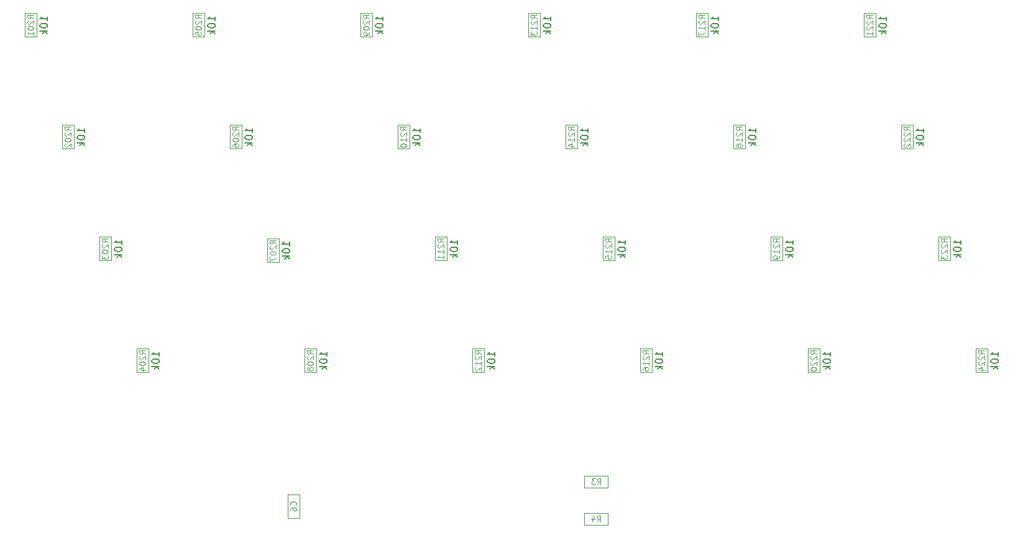
<source format=gbr>
G04 #@! TF.GenerationSoftware,KiCad,Pcbnew,(5.1.4)-1*
G04 #@! TF.CreationDate,2020-01-10T15:49:45+01:00*
G04 #@! TF.ProjectId,KRS-XL_DIM-24CVLED,4b52532d-584c-45f4-9449-4d2d32344356,V01.01*
G04 #@! TF.SameCoordinates,Original*
G04 #@! TF.FileFunction,Other,Fab,Bot*
%FSLAX46Y46*%
G04 Gerber Fmt 4.6, Leading zero omitted, Abs format (unit mm)*
G04 Created by KiCad (PCBNEW (5.1.4)-1) date 2020-01-10 15:49:45*
%MOMM*%
%LPD*%
G04 APERTURE LIST*
%ADD10C,0.100000*%
%ADD11C,0.120000*%
%ADD12C,0.150000*%
G04 APERTURE END LIST*
D10*
X95034000Y-133220000D02*
X95034000Y-130020000D01*
X93434000Y-133220000D02*
X95034000Y-133220000D01*
X93434000Y-130020000D02*
X93434000Y-133220000D01*
X95034000Y-130020000D02*
X93434000Y-130020000D01*
X133872500Y-127470000D02*
X133872500Y-129070000D01*
X133872500Y-129070000D02*
X137072500Y-129070000D01*
X137072500Y-129070000D02*
X137072500Y-127470000D01*
X137072500Y-127470000D02*
X133872500Y-127470000D01*
X133872500Y-134150000D02*
X137072500Y-134150000D01*
X133872500Y-132550000D02*
X133872500Y-134150000D01*
X137072500Y-132550000D02*
X133872500Y-132550000D01*
X137072500Y-134150000D02*
X137072500Y-132550000D01*
X59220000Y-64440000D02*
X57620000Y-64440000D01*
X57620000Y-64440000D02*
X57620000Y-67640000D01*
X57620000Y-67640000D02*
X59220000Y-67640000D01*
X59220000Y-67640000D02*
X59220000Y-64440000D01*
X64300000Y-82880000D02*
X64300000Y-79680000D01*
X62700000Y-82880000D02*
X64300000Y-82880000D01*
X62700000Y-79680000D02*
X62700000Y-82880000D01*
X64300000Y-79680000D02*
X62700000Y-79680000D01*
X69380000Y-94920000D02*
X67780000Y-94920000D01*
X67780000Y-94920000D02*
X67780000Y-98120000D01*
X67780000Y-98120000D02*
X69380000Y-98120000D01*
X69380000Y-98120000D02*
X69380000Y-94920000D01*
X74460000Y-110160000D02*
X72860000Y-110160000D01*
X72860000Y-110160000D02*
X72860000Y-113360000D01*
X72860000Y-113360000D02*
X74460000Y-113360000D01*
X74460000Y-113360000D02*
X74460000Y-110160000D01*
X82080000Y-67640000D02*
X82080000Y-64440000D01*
X80480000Y-67640000D02*
X82080000Y-67640000D01*
X80480000Y-64440000D02*
X80480000Y-67640000D01*
X82080000Y-64440000D02*
X80480000Y-64440000D01*
X87160000Y-79680000D02*
X85560000Y-79680000D01*
X85560000Y-79680000D02*
X85560000Y-82880000D01*
X85560000Y-82880000D02*
X87160000Y-82880000D01*
X87160000Y-82880000D02*
X87160000Y-79680000D01*
X92240000Y-98337500D02*
X92240000Y-95137500D01*
X90640000Y-98337500D02*
X92240000Y-98337500D01*
X90640000Y-95137500D02*
X90640000Y-98337500D01*
X92240000Y-95137500D02*
X90640000Y-95137500D01*
X97320000Y-113360000D02*
X97320000Y-110160000D01*
X95720000Y-113360000D02*
X97320000Y-113360000D01*
X95720000Y-110160000D02*
X95720000Y-113360000D01*
X97320000Y-110160000D02*
X95720000Y-110160000D01*
X104940000Y-67640000D02*
X104940000Y-64440000D01*
X103340000Y-67640000D02*
X104940000Y-67640000D01*
X103340000Y-64440000D02*
X103340000Y-67640000D01*
X104940000Y-64440000D02*
X103340000Y-64440000D01*
X110020000Y-79680000D02*
X108420000Y-79680000D01*
X108420000Y-79680000D02*
X108420000Y-82880000D01*
X108420000Y-82880000D02*
X110020000Y-82880000D01*
X110020000Y-82880000D02*
X110020000Y-79680000D01*
X115100000Y-94920000D02*
X113500000Y-94920000D01*
X113500000Y-94920000D02*
X113500000Y-98120000D01*
X113500000Y-98120000D02*
X115100000Y-98120000D01*
X115100000Y-98120000D02*
X115100000Y-94920000D01*
X120180000Y-113360000D02*
X120180000Y-110160000D01*
X118580000Y-113360000D02*
X120180000Y-113360000D01*
X118580000Y-110160000D02*
X118580000Y-113360000D01*
X120180000Y-110160000D02*
X118580000Y-110160000D01*
X127800000Y-67640000D02*
X127800000Y-64440000D01*
X126200000Y-67640000D02*
X127800000Y-67640000D01*
X126200000Y-64440000D02*
X126200000Y-67640000D01*
X127800000Y-64440000D02*
X126200000Y-64440000D01*
X132880000Y-79680000D02*
X131280000Y-79680000D01*
X131280000Y-79680000D02*
X131280000Y-82880000D01*
X131280000Y-82880000D02*
X132880000Y-82880000D01*
X132880000Y-82880000D02*
X132880000Y-79680000D01*
X137960000Y-98120000D02*
X137960000Y-94920000D01*
X136360000Y-98120000D02*
X137960000Y-98120000D01*
X136360000Y-94920000D02*
X136360000Y-98120000D01*
X137960000Y-94920000D02*
X136360000Y-94920000D01*
X143040000Y-110160000D02*
X141440000Y-110160000D01*
X141440000Y-110160000D02*
X141440000Y-113360000D01*
X141440000Y-113360000D02*
X143040000Y-113360000D01*
X143040000Y-113360000D02*
X143040000Y-110160000D01*
X150660000Y-67640000D02*
X150660000Y-64440000D01*
X149060000Y-67640000D02*
X150660000Y-67640000D01*
X149060000Y-64440000D02*
X149060000Y-67640000D01*
X150660000Y-64440000D02*
X149060000Y-64440000D01*
X155740000Y-79680000D02*
X154140000Y-79680000D01*
X154140000Y-79680000D02*
X154140000Y-82880000D01*
X154140000Y-82880000D02*
X155740000Y-82880000D01*
X155740000Y-82880000D02*
X155740000Y-79680000D01*
X160820000Y-98120000D02*
X160820000Y-94920000D01*
X159220000Y-98120000D02*
X160820000Y-98120000D01*
X159220000Y-94920000D02*
X159220000Y-98120000D01*
X160820000Y-94920000D02*
X159220000Y-94920000D01*
X165900000Y-110160000D02*
X164300000Y-110160000D01*
X164300000Y-110160000D02*
X164300000Y-113360000D01*
X164300000Y-113360000D02*
X165900000Y-113360000D01*
X165900000Y-113360000D02*
X165900000Y-110160000D01*
X173520000Y-64440000D02*
X171920000Y-64440000D01*
X171920000Y-64440000D02*
X171920000Y-67640000D01*
X171920000Y-67640000D02*
X173520000Y-67640000D01*
X173520000Y-67640000D02*
X173520000Y-64440000D01*
X178600000Y-82880000D02*
X178600000Y-79680000D01*
X177000000Y-82880000D02*
X178600000Y-82880000D01*
X177000000Y-79680000D02*
X177000000Y-82880000D01*
X178600000Y-79680000D02*
X177000000Y-79680000D01*
X183680000Y-94920000D02*
X182080000Y-94920000D01*
X182080000Y-94920000D02*
X182080000Y-98120000D01*
X182080000Y-98120000D02*
X183680000Y-98120000D01*
X183680000Y-98120000D02*
X183680000Y-94920000D01*
X188760000Y-113360000D02*
X188760000Y-110160000D01*
X187160000Y-113360000D02*
X188760000Y-113360000D01*
X187160000Y-110160000D02*
X187160000Y-113360000D01*
X188760000Y-110160000D02*
X187160000Y-110160000D01*
D11*
X94519714Y-131486666D02*
X94557809Y-131448571D01*
X94595904Y-131334285D01*
X94595904Y-131258095D01*
X94557809Y-131143809D01*
X94481619Y-131067619D01*
X94405428Y-131029523D01*
X94253047Y-130991428D01*
X94138761Y-130991428D01*
X93986380Y-131029523D01*
X93910190Y-131067619D01*
X93834000Y-131143809D01*
X93795904Y-131258095D01*
X93795904Y-131334285D01*
X93834000Y-131448571D01*
X93872095Y-131486666D01*
X93795904Y-132172380D02*
X93795904Y-132020000D01*
X93834000Y-131943809D01*
X93872095Y-131905714D01*
X93986380Y-131829523D01*
X94138761Y-131791428D01*
X94443523Y-131791428D01*
X94519714Y-131829523D01*
X94557809Y-131867619D01*
X94595904Y-131943809D01*
X94595904Y-132096190D01*
X94557809Y-132172380D01*
X94519714Y-132210476D01*
X94443523Y-132248571D01*
X94253047Y-132248571D01*
X94176857Y-132210476D01*
X94138761Y-132172380D01*
X94100666Y-132096190D01*
X94100666Y-131943809D01*
X94138761Y-131867619D01*
X94176857Y-131829523D01*
X94253047Y-131791428D01*
X135605833Y-128631904D02*
X135872500Y-128250952D01*
X136062976Y-128631904D02*
X136062976Y-127831904D01*
X135758214Y-127831904D01*
X135682023Y-127870000D01*
X135643928Y-127908095D01*
X135605833Y-127984285D01*
X135605833Y-128098571D01*
X135643928Y-128174761D01*
X135682023Y-128212857D01*
X135758214Y-128250952D01*
X136062976Y-128250952D01*
X135339166Y-127831904D02*
X134843928Y-127831904D01*
X135110595Y-128136666D01*
X134996309Y-128136666D01*
X134920119Y-128174761D01*
X134882023Y-128212857D01*
X134843928Y-128289047D01*
X134843928Y-128479523D01*
X134882023Y-128555714D01*
X134920119Y-128593809D01*
X134996309Y-128631904D01*
X135224880Y-128631904D01*
X135301071Y-128593809D01*
X135339166Y-128555714D01*
X135605833Y-133711904D02*
X135872500Y-133330952D01*
X136062976Y-133711904D02*
X136062976Y-132911904D01*
X135758214Y-132911904D01*
X135682023Y-132950000D01*
X135643928Y-132988095D01*
X135605833Y-133064285D01*
X135605833Y-133178571D01*
X135643928Y-133254761D01*
X135682023Y-133292857D01*
X135758214Y-133330952D01*
X136062976Y-133330952D01*
X134920119Y-133178571D02*
X134920119Y-133711904D01*
X135110595Y-132873809D02*
X135301071Y-133445238D01*
X134805833Y-133445238D01*
D12*
X60692380Y-65444761D02*
X60692380Y-64873333D01*
X60692380Y-65159047D02*
X59692380Y-65159047D01*
X59835238Y-65063809D01*
X59930476Y-64968571D01*
X59978095Y-64873333D01*
X59692380Y-66063809D02*
X59692380Y-66159047D01*
X59740000Y-66254285D01*
X59787619Y-66301904D01*
X59882857Y-66349523D01*
X60073333Y-66397142D01*
X60311428Y-66397142D01*
X60501904Y-66349523D01*
X60597142Y-66301904D01*
X60644761Y-66254285D01*
X60692380Y-66159047D01*
X60692380Y-66063809D01*
X60644761Y-65968571D01*
X60597142Y-65920952D01*
X60501904Y-65873333D01*
X60311428Y-65825714D01*
X60073333Y-65825714D01*
X59882857Y-65873333D01*
X59787619Y-65920952D01*
X59740000Y-65968571D01*
X59692380Y-66063809D01*
X60692380Y-66825714D02*
X59692380Y-66825714D01*
X60311428Y-66920952D02*
X60692380Y-67206666D01*
X60025714Y-67206666D02*
X60406666Y-66825714D01*
D11*
X58781904Y-65144761D02*
X58400952Y-64878095D01*
X58781904Y-64687619D02*
X57981904Y-64687619D01*
X57981904Y-64992380D01*
X58020000Y-65068571D01*
X58058095Y-65106666D01*
X58134285Y-65144761D01*
X58248571Y-65144761D01*
X58324761Y-65106666D01*
X58362857Y-65068571D01*
X58400952Y-64992380D01*
X58400952Y-64687619D01*
X58058095Y-65449523D02*
X58020000Y-65487619D01*
X57981904Y-65563809D01*
X57981904Y-65754285D01*
X58020000Y-65830476D01*
X58058095Y-65868571D01*
X58134285Y-65906666D01*
X58210476Y-65906666D01*
X58324761Y-65868571D01*
X58781904Y-65411428D01*
X58781904Y-65906666D01*
X57981904Y-66401904D02*
X57981904Y-66478095D01*
X58020000Y-66554285D01*
X58058095Y-66592380D01*
X58134285Y-66630476D01*
X58286666Y-66668571D01*
X58477142Y-66668571D01*
X58629523Y-66630476D01*
X58705714Y-66592380D01*
X58743809Y-66554285D01*
X58781904Y-66478095D01*
X58781904Y-66401904D01*
X58743809Y-66325714D01*
X58705714Y-66287619D01*
X58629523Y-66249523D01*
X58477142Y-66211428D01*
X58286666Y-66211428D01*
X58134285Y-66249523D01*
X58058095Y-66287619D01*
X58020000Y-66325714D01*
X57981904Y-66401904D01*
X58781904Y-67430476D02*
X58781904Y-66973333D01*
X58781904Y-67201904D02*
X57981904Y-67201904D01*
X58096190Y-67125714D01*
X58172380Y-67049523D01*
X58210476Y-66973333D01*
D12*
X65772380Y-80684761D02*
X65772380Y-80113333D01*
X65772380Y-80399047D02*
X64772380Y-80399047D01*
X64915238Y-80303809D01*
X65010476Y-80208571D01*
X65058095Y-80113333D01*
X64772380Y-81303809D02*
X64772380Y-81399047D01*
X64820000Y-81494285D01*
X64867619Y-81541904D01*
X64962857Y-81589523D01*
X65153333Y-81637142D01*
X65391428Y-81637142D01*
X65581904Y-81589523D01*
X65677142Y-81541904D01*
X65724761Y-81494285D01*
X65772380Y-81399047D01*
X65772380Y-81303809D01*
X65724761Y-81208571D01*
X65677142Y-81160952D01*
X65581904Y-81113333D01*
X65391428Y-81065714D01*
X65153333Y-81065714D01*
X64962857Y-81113333D01*
X64867619Y-81160952D01*
X64820000Y-81208571D01*
X64772380Y-81303809D01*
X65772380Y-82065714D02*
X64772380Y-82065714D01*
X65391428Y-82160952D02*
X65772380Y-82446666D01*
X65105714Y-82446666D02*
X65486666Y-82065714D01*
D11*
X63861904Y-80384761D02*
X63480952Y-80118095D01*
X63861904Y-79927619D02*
X63061904Y-79927619D01*
X63061904Y-80232380D01*
X63100000Y-80308571D01*
X63138095Y-80346666D01*
X63214285Y-80384761D01*
X63328571Y-80384761D01*
X63404761Y-80346666D01*
X63442857Y-80308571D01*
X63480952Y-80232380D01*
X63480952Y-79927619D01*
X63138095Y-80689523D02*
X63100000Y-80727619D01*
X63061904Y-80803809D01*
X63061904Y-80994285D01*
X63100000Y-81070476D01*
X63138095Y-81108571D01*
X63214285Y-81146666D01*
X63290476Y-81146666D01*
X63404761Y-81108571D01*
X63861904Y-80651428D01*
X63861904Y-81146666D01*
X63061904Y-81641904D02*
X63061904Y-81718095D01*
X63100000Y-81794285D01*
X63138095Y-81832380D01*
X63214285Y-81870476D01*
X63366666Y-81908571D01*
X63557142Y-81908571D01*
X63709523Y-81870476D01*
X63785714Y-81832380D01*
X63823809Y-81794285D01*
X63861904Y-81718095D01*
X63861904Y-81641904D01*
X63823809Y-81565714D01*
X63785714Y-81527619D01*
X63709523Y-81489523D01*
X63557142Y-81451428D01*
X63366666Y-81451428D01*
X63214285Y-81489523D01*
X63138095Y-81527619D01*
X63100000Y-81565714D01*
X63061904Y-81641904D01*
X63138095Y-82213333D02*
X63100000Y-82251428D01*
X63061904Y-82327619D01*
X63061904Y-82518095D01*
X63100000Y-82594285D01*
X63138095Y-82632380D01*
X63214285Y-82670476D01*
X63290476Y-82670476D01*
X63404761Y-82632380D01*
X63861904Y-82175238D01*
X63861904Y-82670476D01*
D12*
X70852380Y-95924761D02*
X70852380Y-95353333D01*
X70852380Y-95639047D02*
X69852380Y-95639047D01*
X69995238Y-95543809D01*
X70090476Y-95448571D01*
X70138095Y-95353333D01*
X69852380Y-96543809D02*
X69852380Y-96639047D01*
X69900000Y-96734285D01*
X69947619Y-96781904D01*
X70042857Y-96829523D01*
X70233333Y-96877142D01*
X70471428Y-96877142D01*
X70661904Y-96829523D01*
X70757142Y-96781904D01*
X70804761Y-96734285D01*
X70852380Y-96639047D01*
X70852380Y-96543809D01*
X70804761Y-96448571D01*
X70757142Y-96400952D01*
X70661904Y-96353333D01*
X70471428Y-96305714D01*
X70233333Y-96305714D01*
X70042857Y-96353333D01*
X69947619Y-96400952D01*
X69900000Y-96448571D01*
X69852380Y-96543809D01*
X70852380Y-97305714D02*
X69852380Y-97305714D01*
X70471428Y-97400952D02*
X70852380Y-97686666D01*
X70185714Y-97686666D02*
X70566666Y-97305714D01*
D11*
X68941904Y-95624761D02*
X68560952Y-95358095D01*
X68941904Y-95167619D02*
X68141904Y-95167619D01*
X68141904Y-95472380D01*
X68180000Y-95548571D01*
X68218095Y-95586666D01*
X68294285Y-95624761D01*
X68408571Y-95624761D01*
X68484761Y-95586666D01*
X68522857Y-95548571D01*
X68560952Y-95472380D01*
X68560952Y-95167619D01*
X68218095Y-95929523D02*
X68180000Y-95967619D01*
X68141904Y-96043809D01*
X68141904Y-96234285D01*
X68180000Y-96310476D01*
X68218095Y-96348571D01*
X68294285Y-96386666D01*
X68370476Y-96386666D01*
X68484761Y-96348571D01*
X68941904Y-95891428D01*
X68941904Y-96386666D01*
X68141904Y-96881904D02*
X68141904Y-96958095D01*
X68180000Y-97034285D01*
X68218095Y-97072380D01*
X68294285Y-97110476D01*
X68446666Y-97148571D01*
X68637142Y-97148571D01*
X68789523Y-97110476D01*
X68865714Y-97072380D01*
X68903809Y-97034285D01*
X68941904Y-96958095D01*
X68941904Y-96881904D01*
X68903809Y-96805714D01*
X68865714Y-96767619D01*
X68789523Y-96729523D01*
X68637142Y-96691428D01*
X68446666Y-96691428D01*
X68294285Y-96729523D01*
X68218095Y-96767619D01*
X68180000Y-96805714D01*
X68141904Y-96881904D01*
X68141904Y-97415238D02*
X68141904Y-97910476D01*
X68446666Y-97643809D01*
X68446666Y-97758095D01*
X68484761Y-97834285D01*
X68522857Y-97872380D01*
X68599047Y-97910476D01*
X68789523Y-97910476D01*
X68865714Y-97872380D01*
X68903809Y-97834285D01*
X68941904Y-97758095D01*
X68941904Y-97529523D01*
X68903809Y-97453333D01*
X68865714Y-97415238D01*
D12*
X75932380Y-111164761D02*
X75932380Y-110593333D01*
X75932380Y-110879047D02*
X74932380Y-110879047D01*
X75075238Y-110783809D01*
X75170476Y-110688571D01*
X75218095Y-110593333D01*
X74932380Y-111783809D02*
X74932380Y-111879047D01*
X74980000Y-111974285D01*
X75027619Y-112021904D01*
X75122857Y-112069523D01*
X75313333Y-112117142D01*
X75551428Y-112117142D01*
X75741904Y-112069523D01*
X75837142Y-112021904D01*
X75884761Y-111974285D01*
X75932380Y-111879047D01*
X75932380Y-111783809D01*
X75884761Y-111688571D01*
X75837142Y-111640952D01*
X75741904Y-111593333D01*
X75551428Y-111545714D01*
X75313333Y-111545714D01*
X75122857Y-111593333D01*
X75027619Y-111640952D01*
X74980000Y-111688571D01*
X74932380Y-111783809D01*
X75932380Y-112545714D02*
X74932380Y-112545714D01*
X75551428Y-112640952D02*
X75932380Y-112926666D01*
X75265714Y-112926666D02*
X75646666Y-112545714D01*
D11*
X74021904Y-110864761D02*
X73640952Y-110598095D01*
X74021904Y-110407619D02*
X73221904Y-110407619D01*
X73221904Y-110712380D01*
X73260000Y-110788571D01*
X73298095Y-110826666D01*
X73374285Y-110864761D01*
X73488571Y-110864761D01*
X73564761Y-110826666D01*
X73602857Y-110788571D01*
X73640952Y-110712380D01*
X73640952Y-110407619D01*
X73298095Y-111169523D02*
X73260000Y-111207619D01*
X73221904Y-111283809D01*
X73221904Y-111474285D01*
X73260000Y-111550476D01*
X73298095Y-111588571D01*
X73374285Y-111626666D01*
X73450476Y-111626666D01*
X73564761Y-111588571D01*
X74021904Y-111131428D01*
X74021904Y-111626666D01*
X73221904Y-112121904D02*
X73221904Y-112198095D01*
X73260000Y-112274285D01*
X73298095Y-112312380D01*
X73374285Y-112350476D01*
X73526666Y-112388571D01*
X73717142Y-112388571D01*
X73869523Y-112350476D01*
X73945714Y-112312380D01*
X73983809Y-112274285D01*
X74021904Y-112198095D01*
X74021904Y-112121904D01*
X73983809Y-112045714D01*
X73945714Y-112007619D01*
X73869523Y-111969523D01*
X73717142Y-111931428D01*
X73526666Y-111931428D01*
X73374285Y-111969523D01*
X73298095Y-112007619D01*
X73260000Y-112045714D01*
X73221904Y-112121904D01*
X73488571Y-113074285D02*
X74021904Y-113074285D01*
X73183809Y-112883809D02*
X73755238Y-112693333D01*
X73755238Y-113188571D01*
D12*
X83552380Y-65444761D02*
X83552380Y-64873333D01*
X83552380Y-65159047D02*
X82552380Y-65159047D01*
X82695238Y-65063809D01*
X82790476Y-64968571D01*
X82838095Y-64873333D01*
X82552380Y-66063809D02*
X82552380Y-66159047D01*
X82600000Y-66254285D01*
X82647619Y-66301904D01*
X82742857Y-66349523D01*
X82933333Y-66397142D01*
X83171428Y-66397142D01*
X83361904Y-66349523D01*
X83457142Y-66301904D01*
X83504761Y-66254285D01*
X83552380Y-66159047D01*
X83552380Y-66063809D01*
X83504761Y-65968571D01*
X83457142Y-65920952D01*
X83361904Y-65873333D01*
X83171428Y-65825714D01*
X82933333Y-65825714D01*
X82742857Y-65873333D01*
X82647619Y-65920952D01*
X82600000Y-65968571D01*
X82552380Y-66063809D01*
X83552380Y-66825714D02*
X82552380Y-66825714D01*
X83171428Y-66920952D02*
X83552380Y-67206666D01*
X82885714Y-67206666D02*
X83266666Y-66825714D01*
D11*
X81641904Y-65144761D02*
X81260952Y-64878095D01*
X81641904Y-64687619D02*
X80841904Y-64687619D01*
X80841904Y-64992380D01*
X80880000Y-65068571D01*
X80918095Y-65106666D01*
X80994285Y-65144761D01*
X81108571Y-65144761D01*
X81184761Y-65106666D01*
X81222857Y-65068571D01*
X81260952Y-64992380D01*
X81260952Y-64687619D01*
X80918095Y-65449523D02*
X80880000Y-65487619D01*
X80841904Y-65563809D01*
X80841904Y-65754285D01*
X80880000Y-65830476D01*
X80918095Y-65868571D01*
X80994285Y-65906666D01*
X81070476Y-65906666D01*
X81184761Y-65868571D01*
X81641904Y-65411428D01*
X81641904Y-65906666D01*
X80841904Y-66401904D02*
X80841904Y-66478095D01*
X80880000Y-66554285D01*
X80918095Y-66592380D01*
X80994285Y-66630476D01*
X81146666Y-66668571D01*
X81337142Y-66668571D01*
X81489523Y-66630476D01*
X81565714Y-66592380D01*
X81603809Y-66554285D01*
X81641904Y-66478095D01*
X81641904Y-66401904D01*
X81603809Y-66325714D01*
X81565714Y-66287619D01*
X81489523Y-66249523D01*
X81337142Y-66211428D01*
X81146666Y-66211428D01*
X80994285Y-66249523D01*
X80918095Y-66287619D01*
X80880000Y-66325714D01*
X80841904Y-66401904D01*
X80841904Y-67392380D02*
X80841904Y-67011428D01*
X81222857Y-66973333D01*
X81184761Y-67011428D01*
X81146666Y-67087619D01*
X81146666Y-67278095D01*
X81184761Y-67354285D01*
X81222857Y-67392380D01*
X81299047Y-67430476D01*
X81489523Y-67430476D01*
X81565714Y-67392380D01*
X81603809Y-67354285D01*
X81641904Y-67278095D01*
X81641904Y-67087619D01*
X81603809Y-67011428D01*
X81565714Y-66973333D01*
D12*
X88632380Y-80684761D02*
X88632380Y-80113333D01*
X88632380Y-80399047D02*
X87632380Y-80399047D01*
X87775238Y-80303809D01*
X87870476Y-80208571D01*
X87918095Y-80113333D01*
X87632380Y-81303809D02*
X87632380Y-81399047D01*
X87680000Y-81494285D01*
X87727619Y-81541904D01*
X87822857Y-81589523D01*
X88013333Y-81637142D01*
X88251428Y-81637142D01*
X88441904Y-81589523D01*
X88537142Y-81541904D01*
X88584761Y-81494285D01*
X88632380Y-81399047D01*
X88632380Y-81303809D01*
X88584761Y-81208571D01*
X88537142Y-81160952D01*
X88441904Y-81113333D01*
X88251428Y-81065714D01*
X88013333Y-81065714D01*
X87822857Y-81113333D01*
X87727619Y-81160952D01*
X87680000Y-81208571D01*
X87632380Y-81303809D01*
X88632380Y-82065714D02*
X87632380Y-82065714D01*
X88251428Y-82160952D02*
X88632380Y-82446666D01*
X87965714Y-82446666D02*
X88346666Y-82065714D01*
D11*
X86721904Y-80384761D02*
X86340952Y-80118095D01*
X86721904Y-79927619D02*
X85921904Y-79927619D01*
X85921904Y-80232380D01*
X85960000Y-80308571D01*
X85998095Y-80346666D01*
X86074285Y-80384761D01*
X86188571Y-80384761D01*
X86264761Y-80346666D01*
X86302857Y-80308571D01*
X86340952Y-80232380D01*
X86340952Y-79927619D01*
X85998095Y-80689523D02*
X85960000Y-80727619D01*
X85921904Y-80803809D01*
X85921904Y-80994285D01*
X85960000Y-81070476D01*
X85998095Y-81108571D01*
X86074285Y-81146666D01*
X86150476Y-81146666D01*
X86264761Y-81108571D01*
X86721904Y-80651428D01*
X86721904Y-81146666D01*
X85921904Y-81641904D02*
X85921904Y-81718095D01*
X85960000Y-81794285D01*
X85998095Y-81832380D01*
X86074285Y-81870476D01*
X86226666Y-81908571D01*
X86417142Y-81908571D01*
X86569523Y-81870476D01*
X86645714Y-81832380D01*
X86683809Y-81794285D01*
X86721904Y-81718095D01*
X86721904Y-81641904D01*
X86683809Y-81565714D01*
X86645714Y-81527619D01*
X86569523Y-81489523D01*
X86417142Y-81451428D01*
X86226666Y-81451428D01*
X86074285Y-81489523D01*
X85998095Y-81527619D01*
X85960000Y-81565714D01*
X85921904Y-81641904D01*
X85921904Y-82594285D02*
X85921904Y-82441904D01*
X85960000Y-82365714D01*
X85998095Y-82327619D01*
X86112380Y-82251428D01*
X86264761Y-82213333D01*
X86569523Y-82213333D01*
X86645714Y-82251428D01*
X86683809Y-82289523D01*
X86721904Y-82365714D01*
X86721904Y-82518095D01*
X86683809Y-82594285D01*
X86645714Y-82632380D01*
X86569523Y-82670476D01*
X86379047Y-82670476D01*
X86302857Y-82632380D01*
X86264761Y-82594285D01*
X86226666Y-82518095D01*
X86226666Y-82365714D01*
X86264761Y-82289523D01*
X86302857Y-82251428D01*
X86379047Y-82213333D01*
D12*
X93712380Y-96142261D02*
X93712380Y-95570833D01*
X93712380Y-95856547D02*
X92712380Y-95856547D01*
X92855238Y-95761309D01*
X92950476Y-95666071D01*
X92998095Y-95570833D01*
X92712380Y-96761309D02*
X92712380Y-96856547D01*
X92760000Y-96951785D01*
X92807619Y-96999404D01*
X92902857Y-97047023D01*
X93093333Y-97094642D01*
X93331428Y-97094642D01*
X93521904Y-97047023D01*
X93617142Y-96999404D01*
X93664761Y-96951785D01*
X93712380Y-96856547D01*
X93712380Y-96761309D01*
X93664761Y-96666071D01*
X93617142Y-96618452D01*
X93521904Y-96570833D01*
X93331428Y-96523214D01*
X93093333Y-96523214D01*
X92902857Y-96570833D01*
X92807619Y-96618452D01*
X92760000Y-96666071D01*
X92712380Y-96761309D01*
X93712380Y-97523214D02*
X92712380Y-97523214D01*
X93331428Y-97618452D02*
X93712380Y-97904166D01*
X93045714Y-97904166D02*
X93426666Y-97523214D01*
D11*
X91801904Y-95842261D02*
X91420952Y-95575595D01*
X91801904Y-95385119D02*
X91001904Y-95385119D01*
X91001904Y-95689880D01*
X91040000Y-95766071D01*
X91078095Y-95804166D01*
X91154285Y-95842261D01*
X91268571Y-95842261D01*
X91344761Y-95804166D01*
X91382857Y-95766071D01*
X91420952Y-95689880D01*
X91420952Y-95385119D01*
X91078095Y-96147023D02*
X91040000Y-96185119D01*
X91001904Y-96261309D01*
X91001904Y-96451785D01*
X91040000Y-96527976D01*
X91078095Y-96566071D01*
X91154285Y-96604166D01*
X91230476Y-96604166D01*
X91344761Y-96566071D01*
X91801904Y-96108928D01*
X91801904Y-96604166D01*
X91001904Y-97099404D02*
X91001904Y-97175595D01*
X91040000Y-97251785D01*
X91078095Y-97289880D01*
X91154285Y-97327976D01*
X91306666Y-97366071D01*
X91497142Y-97366071D01*
X91649523Y-97327976D01*
X91725714Y-97289880D01*
X91763809Y-97251785D01*
X91801904Y-97175595D01*
X91801904Y-97099404D01*
X91763809Y-97023214D01*
X91725714Y-96985119D01*
X91649523Y-96947023D01*
X91497142Y-96908928D01*
X91306666Y-96908928D01*
X91154285Y-96947023D01*
X91078095Y-96985119D01*
X91040000Y-97023214D01*
X91001904Y-97099404D01*
X91001904Y-97632738D02*
X91001904Y-98166071D01*
X91801904Y-97823214D01*
D12*
X98792380Y-111164761D02*
X98792380Y-110593333D01*
X98792380Y-110879047D02*
X97792380Y-110879047D01*
X97935238Y-110783809D01*
X98030476Y-110688571D01*
X98078095Y-110593333D01*
X97792380Y-111783809D02*
X97792380Y-111879047D01*
X97840000Y-111974285D01*
X97887619Y-112021904D01*
X97982857Y-112069523D01*
X98173333Y-112117142D01*
X98411428Y-112117142D01*
X98601904Y-112069523D01*
X98697142Y-112021904D01*
X98744761Y-111974285D01*
X98792380Y-111879047D01*
X98792380Y-111783809D01*
X98744761Y-111688571D01*
X98697142Y-111640952D01*
X98601904Y-111593333D01*
X98411428Y-111545714D01*
X98173333Y-111545714D01*
X97982857Y-111593333D01*
X97887619Y-111640952D01*
X97840000Y-111688571D01*
X97792380Y-111783809D01*
X98792380Y-112545714D02*
X97792380Y-112545714D01*
X98411428Y-112640952D02*
X98792380Y-112926666D01*
X98125714Y-112926666D02*
X98506666Y-112545714D01*
D11*
X96881904Y-110864761D02*
X96500952Y-110598095D01*
X96881904Y-110407619D02*
X96081904Y-110407619D01*
X96081904Y-110712380D01*
X96120000Y-110788571D01*
X96158095Y-110826666D01*
X96234285Y-110864761D01*
X96348571Y-110864761D01*
X96424761Y-110826666D01*
X96462857Y-110788571D01*
X96500952Y-110712380D01*
X96500952Y-110407619D01*
X96158095Y-111169523D02*
X96120000Y-111207619D01*
X96081904Y-111283809D01*
X96081904Y-111474285D01*
X96120000Y-111550476D01*
X96158095Y-111588571D01*
X96234285Y-111626666D01*
X96310476Y-111626666D01*
X96424761Y-111588571D01*
X96881904Y-111131428D01*
X96881904Y-111626666D01*
X96081904Y-112121904D02*
X96081904Y-112198095D01*
X96120000Y-112274285D01*
X96158095Y-112312380D01*
X96234285Y-112350476D01*
X96386666Y-112388571D01*
X96577142Y-112388571D01*
X96729523Y-112350476D01*
X96805714Y-112312380D01*
X96843809Y-112274285D01*
X96881904Y-112198095D01*
X96881904Y-112121904D01*
X96843809Y-112045714D01*
X96805714Y-112007619D01*
X96729523Y-111969523D01*
X96577142Y-111931428D01*
X96386666Y-111931428D01*
X96234285Y-111969523D01*
X96158095Y-112007619D01*
X96120000Y-112045714D01*
X96081904Y-112121904D01*
X96424761Y-112845714D02*
X96386666Y-112769523D01*
X96348571Y-112731428D01*
X96272380Y-112693333D01*
X96234285Y-112693333D01*
X96158095Y-112731428D01*
X96120000Y-112769523D01*
X96081904Y-112845714D01*
X96081904Y-112998095D01*
X96120000Y-113074285D01*
X96158095Y-113112380D01*
X96234285Y-113150476D01*
X96272380Y-113150476D01*
X96348571Y-113112380D01*
X96386666Y-113074285D01*
X96424761Y-112998095D01*
X96424761Y-112845714D01*
X96462857Y-112769523D01*
X96500952Y-112731428D01*
X96577142Y-112693333D01*
X96729523Y-112693333D01*
X96805714Y-112731428D01*
X96843809Y-112769523D01*
X96881904Y-112845714D01*
X96881904Y-112998095D01*
X96843809Y-113074285D01*
X96805714Y-113112380D01*
X96729523Y-113150476D01*
X96577142Y-113150476D01*
X96500952Y-113112380D01*
X96462857Y-113074285D01*
X96424761Y-112998095D01*
D12*
X106412380Y-65444761D02*
X106412380Y-64873333D01*
X106412380Y-65159047D02*
X105412380Y-65159047D01*
X105555238Y-65063809D01*
X105650476Y-64968571D01*
X105698095Y-64873333D01*
X105412380Y-66063809D02*
X105412380Y-66159047D01*
X105460000Y-66254285D01*
X105507619Y-66301904D01*
X105602857Y-66349523D01*
X105793333Y-66397142D01*
X106031428Y-66397142D01*
X106221904Y-66349523D01*
X106317142Y-66301904D01*
X106364761Y-66254285D01*
X106412380Y-66159047D01*
X106412380Y-66063809D01*
X106364761Y-65968571D01*
X106317142Y-65920952D01*
X106221904Y-65873333D01*
X106031428Y-65825714D01*
X105793333Y-65825714D01*
X105602857Y-65873333D01*
X105507619Y-65920952D01*
X105460000Y-65968571D01*
X105412380Y-66063809D01*
X106412380Y-66825714D02*
X105412380Y-66825714D01*
X106031428Y-66920952D02*
X106412380Y-67206666D01*
X105745714Y-67206666D02*
X106126666Y-66825714D01*
D11*
X104501904Y-65144761D02*
X104120952Y-64878095D01*
X104501904Y-64687619D02*
X103701904Y-64687619D01*
X103701904Y-64992380D01*
X103740000Y-65068571D01*
X103778095Y-65106666D01*
X103854285Y-65144761D01*
X103968571Y-65144761D01*
X104044761Y-65106666D01*
X104082857Y-65068571D01*
X104120952Y-64992380D01*
X104120952Y-64687619D01*
X103778095Y-65449523D02*
X103740000Y-65487619D01*
X103701904Y-65563809D01*
X103701904Y-65754285D01*
X103740000Y-65830476D01*
X103778095Y-65868571D01*
X103854285Y-65906666D01*
X103930476Y-65906666D01*
X104044761Y-65868571D01*
X104501904Y-65411428D01*
X104501904Y-65906666D01*
X103701904Y-66401904D02*
X103701904Y-66478095D01*
X103740000Y-66554285D01*
X103778095Y-66592380D01*
X103854285Y-66630476D01*
X104006666Y-66668571D01*
X104197142Y-66668571D01*
X104349523Y-66630476D01*
X104425714Y-66592380D01*
X104463809Y-66554285D01*
X104501904Y-66478095D01*
X104501904Y-66401904D01*
X104463809Y-66325714D01*
X104425714Y-66287619D01*
X104349523Y-66249523D01*
X104197142Y-66211428D01*
X104006666Y-66211428D01*
X103854285Y-66249523D01*
X103778095Y-66287619D01*
X103740000Y-66325714D01*
X103701904Y-66401904D01*
X104501904Y-67049523D02*
X104501904Y-67201904D01*
X104463809Y-67278095D01*
X104425714Y-67316190D01*
X104311428Y-67392380D01*
X104159047Y-67430476D01*
X103854285Y-67430476D01*
X103778095Y-67392380D01*
X103740000Y-67354285D01*
X103701904Y-67278095D01*
X103701904Y-67125714D01*
X103740000Y-67049523D01*
X103778095Y-67011428D01*
X103854285Y-66973333D01*
X104044761Y-66973333D01*
X104120952Y-67011428D01*
X104159047Y-67049523D01*
X104197142Y-67125714D01*
X104197142Y-67278095D01*
X104159047Y-67354285D01*
X104120952Y-67392380D01*
X104044761Y-67430476D01*
D12*
X111492380Y-80684761D02*
X111492380Y-80113333D01*
X111492380Y-80399047D02*
X110492380Y-80399047D01*
X110635238Y-80303809D01*
X110730476Y-80208571D01*
X110778095Y-80113333D01*
X110492380Y-81303809D02*
X110492380Y-81399047D01*
X110540000Y-81494285D01*
X110587619Y-81541904D01*
X110682857Y-81589523D01*
X110873333Y-81637142D01*
X111111428Y-81637142D01*
X111301904Y-81589523D01*
X111397142Y-81541904D01*
X111444761Y-81494285D01*
X111492380Y-81399047D01*
X111492380Y-81303809D01*
X111444761Y-81208571D01*
X111397142Y-81160952D01*
X111301904Y-81113333D01*
X111111428Y-81065714D01*
X110873333Y-81065714D01*
X110682857Y-81113333D01*
X110587619Y-81160952D01*
X110540000Y-81208571D01*
X110492380Y-81303809D01*
X111492380Y-82065714D02*
X110492380Y-82065714D01*
X111111428Y-82160952D02*
X111492380Y-82446666D01*
X110825714Y-82446666D02*
X111206666Y-82065714D01*
D11*
X109581904Y-80384761D02*
X109200952Y-80118095D01*
X109581904Y-79927619D02*
X108781904Y-79927619D01*
X108781904Y-80232380D01*
X108820000Y-80308571D01*
X108858095Y-80346666D01*
X108934285Y-80384761D01*
X109048571Y-80384761D01*
X109124761Y-80346666D01*
X109162857Y-80308571D01*
X109200952Y-80232380D01*
X109200952Y-79927619D01*
X108858095Y-80689523D02*
X108820000Y-80727619D01*
X108781904Y-80803809D01*
X108781904Y-80994285D01*
X108820000Y-81070476D01*
X108858095Y-81108571D01*
X108934285Y-81146666D01*
X109010476Y-81146666D01*
X109124761Y-81108571D01*
X109581904Y-80651428D01*
X109581904Y-81146666D01*
X109581904Y-81908571D02*
X109581904Y-81451428D01*
X109581904Y-81680000D02*
X108781904Y-81680000D01*
X108896190Y-81603809D01*
X108972380Y-81527619D01*
X109010476Y-81451428D01*
X108781904Y-82403809D02*
X108781904Y-82480000D01*
X108820000Y-82556190D01*
X108858095Y-82594285D01*
X108934285Y-82632380D01*
X109086666Y-82670476D01*
X109277142Y-82670476D01*
X109429523Y-82632380D01*
X109505714Y-82594285D01*
X109543809Y-82556190D01*
X109581904Y-82480000D01*
X109581904Y-82403809D01*
X109543809Y-82327619D01*
X109505714Y-82289523D01*
X109429523Y-82251428D01*
X109277142Y-82213333D01*
X109086666Y-82213333D01*
X108934285Y-82251428D01*
X108858095Y-82289523D01*
X108820000Y-82327619D01*
X108781904Y-82403809D01*
D12*
X116572380Y-95924761D02*
X116572380Y-95353333D01*
X116572380Y-95639047D02*
X115572380Y-95639047D01*
X115715238Y-95543809D01*
X115810476Y-95448571D01*
X115858095Y-95353333D01*
X115572380Y-96543809D02*
X115572380Y-96639047D01*
X115620000Y-96734285D01*
X115667619Y-96781904D01*
X115762857Y-96829523D01*
X115953333Y-96877142D01*
X116191428Y-96877142D01*
X116381904Y-96829523D01*
X116477142Y-96781904D01*
X116524761Y-96734285D01*
X116572380Y-96639047D01*
X116572380Y-96543809D01*
X116524761Y-96448571D01*
X116477142Y-96400952D01*
X116381904Y-96353333D01*
X116191428Y-96305714D01*
X115953333Y-96305714D01*
X115762857Y-96353333D01*
X115667619Y-96400952D01*
X115620000Y-96448571D01*
X115572380Y-96543809D01*
X116572380Y-97305714D02*
X115572380Y-97305714D01*
X116191428Y-97400952D02*
X116572380Y-97686666D01*
X115905714Y-97686666D02*
X116286666Y-97305714D01*
D11*
X114661904Y-95624761D02*
X114280952Y-95358095D01*
X114661904Y-95167619D02*
X113861904Y-95167619D01*
X113861904Y-95472380D01*
X113900000Y-95548571D01*
X113938095Y-95586666D01*
X114014285Y-95624761D01*
X114128571Y-95624761D01*
X114204761Y-95586666D01*
X114242857Y-95548571D01*
X114280952Y-95472380D01*
X114280952Y-95167619D01*
X113938095Y-95929523D02*
X113900000Y-95967619D01*
X113861904Y-96043809D01*
X113861904Y-96234285D01*
X113900000Y-96310476D01*
X113938095Y-96348571D01*
X114014285Y-96386666D01*
X114090476Y-96386666D01*
X114204761Y-96348571D01*
X114661904Y-95891428D01*
X114661904Y-96386666D01*
X114661904Y-97148571D02*
X114661904Y-96691428D01*
X114661904Y-96920000D02*
X113861904Y-96920000D01*
X113976190Y-96843809D01*
X114052380Y-96767619D01*
X114090476Y-96691428D01*
X114661904Y-97910476D02*
X114661904Y-97453333D01*
X114661904Y-97681904D02*
X113861904Y-97681904D01*
X113976190Y-97605714D01*
X114052380Y-97529523D01*
X114090476Y-97453333D01*
D12*
X121652380Y-111164761D02*
X121652380Y-110593333D01*
X121652380Y-110879047D02*
X120652380Y-110879047D01*
X120795238Y-110783809D01*
X120890476Y-110688571D01*
X120938095Y-110593333D01*
X120652380Y-111783809D02*
X120652380Y-111879047D01*
X120700000Y-111974285D01*
X120747619Y-112021904D01*
X120842857Y-112069523D01*
X121033333Y-112117142D01*
X121271428Y-112117142D01*
X121461904Y-112069523D01*
X121557142Y-112021904D01*
X121604761Y-111974285D01*
X121652380Y-111879047D01*
X121652380Y-111783809D01*
X121604761Y-111688571D01*
X121557142Y-111640952D01*
X121461904Y-111593333D01*
X121271428Y-111545714D01*
X121033333Y-111545714D01*
X120842857Y-111593333D01*
X120747619Y-111640952D01*
X120700000Y-111688571D01*
X120652380Y-111783809D01*
X121652380Y-112545714D02*
X120652380Y-112545714D01*
X121271428Y-112640952D02*
X121652380Y-112926666D01*
X120985714Y-112926666D02*
X121366666Y-112545714D01*
D11*
X119741904Y-110864761D02*
X119360952Y-110598095D01*
X119741904Y-110407619D02*
X118941904Y-110407619D01*
X118941904Y-110712380D01*
X118980000Y-110788571D01*
X119018095Y-110826666D01*
X119094285Y-110864761D01*
X119208571Y-110864761D01*
X119284761Y-110826666D01*
X119322857Y-110788571D01*
X119360952Y-110712380D01*
X119360952Y-110407619D01*
X119018095Y-111169523D02*
X118980000Y-111207619D01*
X118941904Y-111283809D01*
X118941904Y-111474285D01*
X118980000Y-111550476D01*
X119018095Y-111588571D01*
X119094285Y-111626666D01*
X119170476Y-111626666D01*
X119284761Y-111588571D01*
X119741904Y-111131428D01*
X119741904Y-111626666D01*
X119741904Y-112388571D02*
X119741904Y-111931428D01*
X119741904Y-112160000D02*
X118941904Y-112160000D01*
X119056190Y-112083809D01*
X119132380Y-112007619D01*
X119170476Y-111931428D01*
X119018095Y-112693333D02*
X118980000Y-112731428D01*
X118941904Y-112807619D01*
X118941904Y-112998095D01*
X118980000Y-113074285D01*
X119018095Y-113112380D01*
X119094285Y-113150476D01*
X119170476Y-113150476D01*
X119284761Y-113112380D01*
X119741904Y-112655238D01*
X119741904Y-113150476D01*
D12*
X129272380Y-65444761D02*
X129272380Y-64873333D01*
X129272380Y-65159047D02*
X128272380Y-65159047D01*
X128415238Y-65063809D01*
X128510476Y-64968571D01*
X128558095Y-64873333D01*
X128272380Y-66063809D02*
X128272380Y-66159047D01*
X128320000Y-66254285D01*
X128367619Y-66301904D01*
X128462857Y-66349523D01*
X128653333Y-66397142D01*
X128891428Y-66397142D01*
X129081904Y-66349523D01*
X129177142Y-66301904D01*
X129224761Y-66254285D01*
X129272380Y-66159047D01*
X129272380Y-66063809D01*
X129224761Y-65968571D01*
X129177142Y-65920952D01*
X129081904Y-65873333D01*
X128891428Y-65825714D01*
X128653333Y-65825714D01*
X128462857Y-65873333D01*
X128367619Y-65920952D01*
X128320000Y-65968571D01*
X128272380Y-66063809D01*
X129272380Y-66825714D02*
X128272380Y-66825714D01*
X128891428Y-66920952D02*
X129272380Y-67206666D01*
X128605714Y-67206666D02*
X128986666Y-66825714D01*
D11*
X127361904Y-65144761D02*
X126980952Y-64878095D01*
X127361904Y-64687619D02*
X126561904Y-64687619D01*
X126561904Y-64992380D01*
X126600000Y-65068571D01*
X126638095Y-65106666D01*
X126714285Y-65144761D01*
X126828571Y-65144761D01*
X126904761Y-65106666D01*
X126942857Y-65068571D01*
X126980952Y-64992380D01*
X126980952Y-64687619D01*
X126638095Y-65449523D02*
X126600000Y-65487619D01*
X126561904Y-65563809D01*
X126561904Y-65754285D01*
X126600000Y-65830476D01*
X126638095Y-65868571D01*
X126714285Y-65906666D01*
X126790476Y-65906666D01*
X126904761Y-65868571D01*
X127361904Y-65411428D01*
X127361904Y-65906666D01*
X127361904Y-66668571D02*
X127361904Y-66211428D01*
X127361904Y-66440000D02*
X126561904Y-66440000D01*
X126676190Y-66363809D01*
X126752380Y-66287619D01*
X126790476Y-66211428D01*
X126561904Y-66935238D02*
X126561904Y-67430476D01*
X126866666Y-67163809D01*
X126866666Y-67278095D01*
X126904761Y-67354285D01*
X126942857Y-67392380D01*
X127019047Y-67430476D01*
X127209523Y-67430476D01*
X127285714Y-67392380D01*
X127323809Y-67354285D01*
X127361904Y-67278095D01*
X127361904Y-67049523D01*
X127323809Y-66973333D01*
X127285714Y-66935238D01*
D12*
X134352380Y-80684761D02*
X134352380Y-80113333D01*
X134352380Y-80399047D02*
X133352380Y-80399047D01*
X133495238Y-80303809D01*
X133590476Y-80208571D01*
X133638095Y-80113333D01*
X133352380Y-81303809D02*
X133352380Y-81399047D01*
X133400000Y-81494285D01*
X133447619Y-81541904D01*
X133542857Y-81589523D01*
X133733333Y-81637142D01*
X133971428Y-81637142D01*
X134161904Y-81589523D01*
X134257142Y-81541904D01*
X134304761Y-81494285D01*
X134352380Y-81399047D01*
X134352380Y-81303809D01*
X134304761Y-81208571D01*
X134257142Y-81160952D01*
X134161904Y-81113333D01*
X133971428Y-81065714D01*
X133733333Y-81065714D01*
X133542857Y-81113333D01*
X133447619Y-81160952D01*
X133400000Y-81208571D01*
X133352380Y-81303809D01*
X134352380Y-82065714D02*
X133352380Y-82065714D01*
X133971428Y-82160952D02*
X134352380Y-82446666D01*
X133685714Y-82446666D02*
X134066666Y-82065714D01*
D11*
X132441904Y-80384761D02*
X132060952Y-80118095D01*
X132441904Y-79927619D02*
X131641904Y-79927619D01*
X131641904Y-80232380D01*
X131680000Y-80308571D01*
X131718095Y-80346666D01*
X131794285Y-80384761D01*
X131908571Y-80384761D01*
X131984761Y-80346666D01*
X132022857Y-80308571D01*
X132060952Y-80232380D01*
X132060952Y-79927619D01*
X131718095Y-80689523D02*
X131680000Y-80727619D01*
X131641904Y-80803809D01*
X131641904Y-80994285D01*
X131680000Y-81070476D01*
X131718095Y-81108571D01*
X131794285Y-81146666D01*
X131870476Y-81146666D01*
X131984761Y-81108571D01*
X132441904Y-80651428D01*
X132441904Y-81146666D01*
X132441904Y-81908571D02*
X132441904Y-81451428D01*
X132441904Y-81680000D02*
X131641904Y-81680000D01*
X131756190Y-81603809D01*
X131832380Y-81527619D01*
X131870476Y-81451428D01*
X131908571Y-82594285D02*
X132441904Y-82594285D01*
X131603809Y-82403809D02*
X132175238Y-82213333D01*
X132175238Y-82708571D01*
D12*
X139432380Y-95924761D02*
X139432380Y-95353333D01*
X139432380Y-95639047D02*
X138432380Y-95639047D01*
X138575238Y-95543809D01*
X138670476Y-95448571D01*
X138718095Y-95353333D01*
X138432380Y-96543809D02*
X138432380Y-96639047D01*
X138480000Y-96734285D01*
X138527619Y-96781904D01*
X138622857Y-96829523D01*
X138813333Y-96877142D01*
X139051428Y-96877142D01*
X139241904Y-96829523D01*
X139337142Y-96781904D01*
X139384761Y-96734285D01*
X139432380Y-96639047D01*
X139432380Y-96543809D01*
X139384761Y-96448571D01*
X139337142Y-96400952D01*
X139241904Y-96353333D01*
X139051428Y-96305714D01*
X138813333Y-96305714D01*
X138622857Y-96353333D01*
X138527619Y-96400952D01*
X138480000Y-96448571D01*
X138432380Y-96543809D01*
X139432380Y-97305714D02*
X138432380Y-97305714D01*
X139051428Y-97400952D02*
X139432380Y-97686666D01*
X138765714Y-97686666D02*
X139146666Y-97305714D01*
D11*
X137521904Y-95624761D02*
X137140952Y-95358095D01*
X137521904Y-95167619D02*
X136721904Y-95167619D01*
X136721904Y-95472380D01*
X136760000Y-95548571D01*
X136798095Y-95586666D01*
X136874285Y-95624761D01*
X136988571Y-95624761D01*
X137064761Y-95586666D01*
X137102857Y-95548571D01*
X137140952Y-95472380D01*
X137140952Y-95167619D01*
X136798095Y-95929523D02*
X136760000Y-95967619D01*
X136721904Y-96043809D01*
X136721904Y-96234285D01*
X136760000Y-96310476D01*
X136798095Y-96348571D01*
X136874285Y-96386666D01*
X136950476Y-96386666D01*
X137064761Y-96348571D01*
X137521904Y-95891428D01*
X137521904Y-96386666D01*
X137521904Y-97148571D02*
X137521904Y-96691428D01*
X137521904Y-96920000D02*
X136721904Y-96920000D01*
X136836190Y-96843809D01*
X136912380Y-96767619D01*
X136950476Y-96691428D01*
X136721904Y-97872380D02*
X136721904Y-97491428D01*
X137102857Y-97453333D01*
X137064761Y-97491428D01*
X137026666Y-97567619D01*
X137026666Y-97758095D01*
X137064761Y-97834285D01*
X137102857Y-97872380D01*
X137179047Y-97910476D01*
X137369523Y-97910476D01*
X137445714Y-97872380D01*
X137483809Y-97834285D01*
X137521904Y-97758095D01*
X137521904Y-97567619D01*
X137483809Y-97491428D01*
X137445714Y-97453333D01*
D12*
X144512380Y-111164761D02*
X144512380Y-110593333D01*
X144512380Y-110879047D02*
X143512380Y-110879047D01*
X143655238Y-110783809D01*
X143750476Y-110688571D01*
X143798095Y-110593333D01*
X143512380Y-111783809D02*
X143512380Y-111879047D01*
X143560000Y-111974285D01*
X143607619Y-112021904D01*
X143702857Y-112069523D01*
X143893333Y-112117142D01*
X144131428Y-112117142D01*
X144321904Y-112069523D01*
X144417142Y-112021904D01*
X144464761Y-111974285D01*
X144512380Y-111879047D01*
X144512380Y-111783809D01*
X144464761Y-111688571D01*
X144417142Y-111640952D01*
X144321904Y-111593333D01*
X144131428Y-111545714D01*
X143893333Y-111545714D01*
X143702857Y-111593333D01*
X143607619Y-111640952D01*
X143560000Y-111688571D01*
X143512380Y-111783809D01*
X144512380Y-112545714D02*
X143512380Y-112545714D01*
X144131428Y-112640952D02*
X144512380Y-112926666D01*
X143845714Y-112926666D02*
X144226666Y-112545714D01*
D11*
X142601904Y-110864761D02*
X142220952Y-110598095D01*
X142601904Y-110407619D02*
X141801904Y-110407619D01*
X141801904Y-110712380D01*
X141840000Y-110788571D01*
X141878095Y-110826666D01*
X141954285Y-110864761D01*
X142068571Y-110864761D01*
X142144761Y-110826666D01*
X142182857Y-110788571D01*
X142220952Y-110712380D01*
X142220952Y-110407619D01*
X141878095Y-111169523D02*
X141840000Y-111207619D01*
X141801904Y-111283809D01*
X141801904Y-111474285D01*
X141840000Y-111550476D01*
X141878095Y-111588571D01*
X141954285Y-111626666D01*
X142030476Y-111626666D01*
X142144761Y-111588571D01*
X142601904Y-111131428D01*
X142601904Y-111626666D01*
X142601904Y-112388571D02*
X142601904Y-111931428D01*
X142601904Y-112160000D02*
X141801904Y-112160000D01*
X141916190Y-112083809D01*
X141992380Y-112007619D01*
X142030476Y-111931428D01*
X141801904Y-113074285D02*
X141801904Y-112921904D01*
X141840000Y-112845714D01*
X141878095Y-112807619D01*
X141992380Y-112731428D01*
X142144761Y-112693333D01*
X142449523Y-112693333D01*
X142525714Y-112731428D01*
X142563809Y-112769523D01*
X142601904Y-112845714D01*
X142601904Y-112998095D01*
X142563809Y-113074285D01*
X142525714Y-113112380D01*
X142449523Y-113150476D01*
X142259047Y-113150476D01*
X142182857Y-113112380D01*
X142144761Y-113074285D01*
X142106666Y-112998095D01*
X142106666Y-112845714D01*
X142144761Y-112769523D01*
X142182857Y-112731428D01*
X142259047Y-112693333D01*
D12*
X152132380Y-65444761D02*
X152132380Y-64873333D01*
X152132380Y-65159047D02*
X151132380Y-65159047D01*
X151275238Y-65063809D01*
X151370476Y-64968571D01*
X151418095Y-64873333D01*
X151132380Y-66063809D02*
X151132380Y-66159047D01*
X151180000Y-66254285D01*
X151227619Y-66301904D01*
X151322857Y-66349523D01*
X151513333Y-66397142D01*
X151751428Y-66397142D01*
X151941904Y-66349523D01*
X152037142Y-66301904D01*
X152084761Y-66254285D01*
X152132380Y-66159047D01*
X152132380Y-66063809D01*
X152084761Y-65968571D01*
X152037142Y-65920952D01*
X151941904Y-65873333D01*
X151751428Y-65825714D01*
X151513333Y-65825714D01*
X151322857Y-65873333D01*
X151227619Y-65920952D01*
X151180000Y-65968571D01*
X151132380Y-66063809D01*
X152132380Y-66825714D02*
X151132380Y-66825714D01*
X151751428Y-66920952D02*
X152132380Y-67206666D01*
X151465714Y-67206666D02*
X151846666Y-66825714D01*
D11*
X150221904Y-65144761D02*
X149840952Y-64878095D01*
X150221904Y-64687619D02*
X149421904Y-64687619D01*
X149421904Y-64992380D01*
X149460000Y-65068571D01*
X149498095Y-65106666D01*
X149574285Y-65144761D01*
X149688571Y-65144761D01*
X149764761Y-65106666D01*
X149802857Y-65068571D01*
X149840952Y-64992380D01*
X149840952Y-64687619D01*
X149498095Y-65449523D02*
X149460000Y-65487619D01*
X149421904Y-65563809D01*
X149421904Y-65754285D01*
X149460000Y-65830476D01*
X149498095Y-65868571D01*
X149574285Y-65906666D01*
X149650476Y-65906666D01*
X149764761Y-65868571D01*
X150221904Y-65411428D01*
X150221904Y-65906666D01*
X150221904Y-66668571D02*
X150221904Y-66211428D01*
X150221904Y-66440000D02*
X149421904Y-66440000D01*
X149536190Y-66363809D01*
X149612380Y-66287619D01*
X149650476Y-66211428D01*
X149421904Y-66935238D02*
X149421904Y-67468571D01*
X150221904Y-67125714D01*
D12*
X157212380Y-80684761D02*
X157212380Y-80113333D01*
X157212380Y-80399047D02*
X156212380Y-80399047D01*
X156355238Y-80303809D01*
X156450476Y-80208571D01*
X156498095Y-80113333D01*
X156212380Y-81303809D02*
X156212380Y-81399047D01*
X156260000Y-81494285D01*
X156307619Y-81541904D01*
X156402857Y-81589523D01*
X156593333Y-81637142D01*
X156831428Y-81637142D01*
X157021904Y-81589523D01*
X157117142Y-81541904D01*
X157164761Y-81494285D01*
X157212380Y-81399047D01*
X157212380Y-81303809D01*
X157164761Y-81208571D01*
X157117142Y-81160952D01*
X157021904Y-81113333D01*
X156831428Y-81065714D01*
X156593333Y-81065714D01*
X156402857Y-81113333D01*
X156307619Y-81160952D01*
X156260000Y-81208571D01*
X156212380Y-81303809D01*
X157212380Y-82065714D02*
X156212380Y-82065714D01*
X156831428Y-82160952D02*
X157212380Y-82446666D01*
X156545714Y-82446666D02*
X156926666Y-82065714D01*
D11*
X155301904Y-80384761D02*
X154920952Y-80118095D01*
X155301904Y-79927619D02*
X154501904Y-79927619D01*
X154501904Y-80232380D01*
X154540000Y-80308571D01*
X154578095Y-80346666D01*
X154654285Y-80384761D01*
X154768571Y-80384761D01*
X154844761Y-80346666D01*
X154882857Y-80308571D01*
X154920952Y-80232380D01*
X154920952Y-79927619D01*
X154578095Y-80689523D02*
X154540000Y-80727619D01*
X154501904Y-80803809D01*
X154501904Y-80994285D01*
X154540000Y-81070476D01*
X154578095Y-81108571D01*
X154654285Y-81146666D01*
X154730476Y-81146666D01*
X154844761Y-81108571D01*
X155301904Y-80651428D01*
X155301904Y-81146666D01*
X155301904Y-81908571D02*
X155301904Y-81451428D01*
X155301904Y-81680000D02*
X154501904Y-81680000D01*
X154616190Y-81603809D01*
X154692380Y-81527619D01*
X154730476Y-81451428D01*
X154844761Y-82365714D02*
X154806666Y-82289523D01*
X154768571Y-82251428D01*
X154692380Y-82213333D01*
X154654285Y-82213333D01*
X154578095Y-82251428D01*
X154540000Y-82289523D01*
X154501904Y-82365714D01*
X154501904Y-82518095D01*
X154540000Y-82594285D01*
X154578095Y-82632380D01*
X154654285Y-82670476D01*
X154692380Y-82670476D01*
X154768571Y-82632380D01*
X154806666Y-82594285D01*
X154844761Y-82518095D01*
X154844761Y-82365714D01*
X154882857Y-82289523D01*
X154920952Y-82251428D01*
X154997142Y-82213333D01*
X155149523Y-82213333D01*
X155225714Y-82251428D01*
X155263809Y-82289523D01*
X155301904Y-82365714D01*
X155301904Y-82518095D01*
X155263809Y-82594285D01*
X155225714Y-82632380D01*
X155149523Y-82670476D01*
X154997142Y-82670476D01*
X154920952Y-82632380D01*
X154882857Y-82594285D01*
X154844761Y-82518095D01*
D12*
X162292380Y-95924761D02*
X162292380Y-95353333D01*
X162292380Y-95639047D02*
X161292380Y-95639047D01*
X161435238Y-95543809D01*
X161530476Y-95448571D01*
X161578095Y-95353333D01*
X161292380Y-96543809D02*
X161292380Y-96639047D01*
X161340000Y-96734285D01*
X161387619Y-96781904D01*
X161482857Y-96829523D01*
X161673333Y-96877142D01*
X161911428Y-96877142D01*
X162101904Y-96829523D01*
X162197142Y-96781904D01*
X162244761Y-96734285D01*
X162292380Y-96639047D01*
X162292380Y-96543809D01*
X162244761Y-96448571D01*
X162197142Y-96400952D01*
X162101904Y-96353333D01*
X161911428Y-96305714D01*
X161673333Y-96305714D01*
X161482857Y-96353333D01*
X161387619Y-96400952D01*
X161340000Y-96448571D01*
X161292380Y-96543809D01*
X162292380Y-97305714D02*
X161292380Y-97305714D01*
X161911428Y-97400952D02*
X162292380Y-97686666D01*
X161625714Y-97686666D02*
X162006666Y-97305714D01*
D11*
X160381904Y-95624761D02*
X160000952Y-95358095D01*
X160381904Y-95167619D02*
X159581904Y-95167619D01*
X159581904Y-95472380D01*
X159620000Y-95548571D01*
X159658095Y-95586666D01*
X159734285Y-95624761D01*
X159848571Y-95624761D01*
X159924761Y-95586666D01*
X159962857Y-95548571D01*
X160000952Y-95472380D01*
X160000952Y-95167619D01*
X159658095Y-95929523D02*
X159620000Y-95967619D01*
X159581904Y-96043809D01*
X159581904Y-96234285D01*
X159620000Y-96310476D01*
X159658095Y-96348571D01*
X159734285Y-96386666D01*
X159810476Y-96386666D01*
X159924761Y-96348571D01*
X160381904Y-95891428D01*
X160381904Y-96386666D01*
X160381904Y-97148571D02*
X160381904Y-96691428D01*
X160381904Y-96920000D02*
X159581904Y-96920000D01*
X159696190Y-96843809D01*
X159772380Y-96767619D01*
X159810476Y-96691428D01*
X160381904Y-97529523D02*
X160381904Y-97681904D01*
X160343809Y-97758095D01*
X160305714Y-97796190D01*
X160191428Y-97872380D01*
X160039047Y-97910476D01*
X159734285Y-97910476D01*
X159658095Y-97872380D01*
X159620000Y-97834285D01*
X159581904Y-97758095D01*
X159581904Y-97605714D01*
X159620000Y-97529523D01*
X159658095Y-97491428D01*
X159734285Y-97453333D01*
X159924761Y-97453333D01*
X160000952Y-97491428D01*
X160039047Y-97529523D01*
X160077142Y-97605714D01*
X160077142Y-97758095D01*
X160039047Y-97834285D01*
X160000952Y-97872380D01*
X159924761Y-97910476D01*
D12*
X167372380Y-111164761D02*
X167372380Y-110593333D01*
X167372380Y-110879047D02*
X166372380Y-110879047D01*
X166515238Y-110783809D01*
X166610476Y-110688571D01*
X166658095Y-110593333D01*
X166372380Y-111783809D02*
X166372380Y-111879047D01*
X166420000Y-111974285D01*
X166467619Y-112021904D01*
X166562857Y-112069523D01*
X166753333Y-112117142D01*
X166991428Y-112117142D01*
X167181904Y-112069523D01*
X167277142Y-112021904D01*
X167324761Y-111974285D01*
X167372380Y-111879047D01*
X167372380Y-111783809D01*
X167324761Y-111688571D01*
X167277142Y-111640952D01*
X167181904Y-111593333D01*
X166991428Y-111545714D01*
X166753333Y-111545714D01*
X166562857Y-111593333D01*
X166467619Y-111640952D01*
X166420000Y-111688571D01*
X166372380Y-111783809D01*
X167372380Y-112545714D02*
X166372380Y-112545714D01*
X166991428Y-112640952D02*
X167372380Y-112926666D01*
X166705714Y-112926666D02*
X167086666Y-112545714D01*
D11*
X165461904Y-110864761D02*
X165080952Y-110598095D01*
X165461904Y-110407619D02*
X164661904Y-110407619D01*
X164661904Y-110712380D01*
X164700000Y-110788571D01*
X164738095Y-110826666D01*
X164814285Y-110864761D01*
X164928571Y-110864761D01*
X165004761Y-110826666D01*
X165042857Y-110788571D01*
X165080952Y-110712380D01*
X165080952Y-110407619D01*
X164738095Y-111169523D02*
X164700000Y-111207619D01*
X164661904Y-111283809D01*
X164661904Y-111474285D01*
X164700000Y-111550476D01*
X164738095Y-111588571D01*
X164814285Y-111626666D01*
X164890476Y-111626666D01*
X165004761Y-111588571D01*
X165461904Y-111131428D01*
X165461904Y-111626666D01*
X164738095Y-111931428D02*
X164700000Y-111969523D01*
X164661904Y-112045714D01*
X164661904Y-112236190D01*
X164700000Y-112312380D01*
X164738095Y-112350476D01*
X164814285Y-112388571D01*
X164890476Y-112388571D01*
X165004761Y-112350476D01*
X165461904Y-111893333D01*
X165461904Y-112388571D01*
X164661904Y-112883809D02*
X164661904Y-112960000D01*
X164700000Y-113036190D01*
X164738095Y-113074285D01*
X164814285Y-113112380D01*
X164966666Y-113150476D01*
X165157142Y-113150476D01*
X165309523Y-113112380D01*
X165385714Y-113074285D01*
X165423809Y-113036190D01*
X165461904Y-112960000D01*
X165461904Y-112883809D01*
X165423809Y-112807619D01*
X165385714Y-112769523D01*
X165309523Y-112731428D01*
X165157142Y-112693333D01*
X164966666Y-112693333D01*
X164814285Y-112731428D01*
X164738095Y-112769523D01*
X164700000Y-112807619D01*
X164661904Y-112883809D01*
D12*
X174992380Y-65444761D02*
X174992380Y-64873333D01*
X174992380Y-65159047D02*
X173992380Y-65159047D01*
X174135238Y-65063809D01*
X174230476Y-64968571D01*
X174278095Y-64873333D01*
X173992380Y-66063809D02*
X173992380Y-66159047D01*
X174040000Y-66254285D01*
X174087619Y-66301904D01*
X174182857Y-66349523D01*
X174373333Y-66397142D01*
X174611428Y-66397142D01*
X174801904Y-66349523D01*
X174897142Y-66301904D01*
X174944761Y-66254285D01*
X174992380Y-66159047D01*
X174992380Y-66063809D01*
X174944761Y-65968571D01*
X174897142Y-65920952D01*
X174801904Y-65873333D01*
X174611428Y-65825714D01*
X174373333Y-65825714D01*
X174182857Y-65873333D01*
X174087619Y-65920952D01*
X174040000Y-65968571D01*
X173992380Y-66063809D01*
X174992380Y-66825714D02*
X173992380Y-66825714D01*
X174611428Y-66920952D02*
X174992380Y-67206666D01*
X174325714Y-67206666D02*
X174706666Y-66825714D01*
D11*
X173081904Y-65144761D02*
X172700952Y-64878095D01*
X173081904Y-64687619D02*
X172281904Y-64687619D01*
X172281904Y-64992380D01*
X172320000Y-65068571D01*
X172358095Y-65106666D01*
X172434285Y-65144761D01*
X172548571Y-65144761D01*
X172624761Y-65106666D01*
X172662857Y-65068571D01*
X172700952Y-64992380D01*
X172700952Y-64687619D01*
X172358095Y-65449523D02*
X172320000Y-65487619D01*
X172281904Y-65563809D01*
X172281904Y-65754285D01*
X172320000Y-65830476D01*
X172358095Y-65868571D01*
X172434285Y-65906666D01*
X172510476Y-65906666D01*
X172624761Y-65868571D01*
X173081904Y-65411428D01*
X173081904Y-65906666D01*
X172358095Y-66211428D02*
X172320000Y-66249523D01*
X172281904Y-66325714D01*
X172281904Y-66516190D01*
X172320000Y-66592380D01*
X172358095Y-66630476D01*
X172434285Y-66668571D01*
X172510476Y-66668571D01*
X172624761Y-66630476D01*
X173081904Y-66173333D01*
X173081904Y-66668571D01*
X173081904Y-67430476D02*
X173081904Y-66973333D01*
X173081904Y-67201904D02*
X172281904Y-67201904D01*
X172396190Y-67125714D01*
X172472380Y-67049523D01*
X172510476Y-66973333D01*
D12*
X180072380Y-80684761D02*
X180072380Y-80113333D01*
X180072380Y-80399047D02*
X179072380Y-80399047D01*
X179215238Y-80303809D01*
X179310476Y-80208571D01*
X179358095Y-80113333D01*
X179072380Y-81303809D02*
X179072380Y-81399047D01*
X179120000Y-81494285D01*
X179167619Y-81541904D01*
X179262857Y-81589523D01*
X179453333Y-81637142D01*
X179691428Y-81637142D01*
X179881904Y-81589523D01*
X179977142Y-81541904D01*
X180024761Y-81494285D01*
X180072380Y-81399047D01*
X180072380Y-81303809D01*
X180024761Y-81208571D01*
X179977142Y-81160952D01*
X179881904Y-81113333D01*
X179691428Y-81065714D01*
X179453333Y-81065714D01*
X179262857Y-81113333D01*
X179167619Y-81160952D01*
X179120000Y-81208571D01*
X179072380Y-81303809D01*
X180072380Y-82065714D02*
X179072380Y-82065714D01*
X179691428Y-82160952D02*
X180072380Y-82446666D01*
X179405714Y-82446666D02*
X179786666Y-82065714D01*
D11*
X178161904Y-80384761D02*
X177780952Y-80118095D01*
X178161904Y-79927619D02*
X177361904Y-79927619D01*
X177361904Y-80232380D01*
X177400000Y-80308571D01*
X177438095Y-80346666D01*
X177514285Y-80384761D01*
X177628571Y-80384761D01*
X177704761Y-80346666D01*
X177742857Y-80308571D01*
X177780952Y-80232380D01*
X177780952Y-79927619D01*
X177438095Y-80689523D02*
X177400000Y-80727619D01*
X177361904Y-80803809D01*
X177361904Y-80994285D01*
X177400000Y-81070476D01*
X177438095Y-81108571D01*
X177514285Y-81146666D01*
X177590476Y-81146666D01*
X177704761Y-81108571D01*
X178161904Y-80651428D01*
X178161904Y-81146666D01*
X177438095Y-81451428D02*
X177400000Y-81489523D01*
X177361904Y-81565714D01*
X177361904Y-81756190D01*
X177400000Y-81832380D01*
X177438095Y-81870476D01*
X177514285Y-81908571D01*
X177590476Y-81908571D01*
X177704761Y-81870476D01*
X178161904Y-81413333D01*
X178161904Y-81908571D01*
X177438095Y-82213333D02*
X177400000Y-82251428D01*
X177361904Y-82327619D01*
X177361904Y-82518095D01*
X177400000Y-82594285D01*
X177438095Y-82632380D01*
X177514285Y-82670476D01*
X177590476Y-82670476D01*
X177704761Y-82632380D01*
X178161904Y-82175238D01*
X178161904Y-82670476D01*
D12*
X185152380Y-95924761D02*
X185152380Y-95353333D01*
X185152380Y-95639047D02*
X184152380Y-95639047D01*
X184295238Y-95543809D01*
X184390476Y-95448571D01*
X184438095Y-95353333D01*
X184152380Y-96543809D02*
X184152380Y-96639047D01*
X184200000Y-96734285D01*
X184247619Y-96781904D01*
X184342857Y-96829523D01*
X184533333Y-96877142D01*
X184771428Y-96877142D01*
X184961904Y-96829523D01*
X185057142Y-96781904D01*
X185104761Y-96734285D01*
X185152380Y-96639047D01*
X185152380Y-96543809D01*
X185104761Y-96448571D01*
X185057142Y-96400952D01*
X184961904Y-96353333D01*
X184771428Y-96305714D01*
X184533333Y-96305714D01*
X184342857Y-96353333D01*
X184247619Y-96400952D01*
X184200000Y-96448571D01*
X184152380Y-96543809D01*
X185152380Y-97305714D02*
X184152380Y-97305714D01*
X184771428Y-97400952D02*
X185152380Y-97686666D01*
X184485714Y-97686666D02*
X184866666Y-97305714D01*
D11*
X183241904Y-95624761D02*
X182860952Y-95358095D01*
X183241904Y-95167619D02*
X182441904Y-95167619D01*
X182441904Y-95472380D01*
X182480000Y-95548571D01*
X182518095Y-95586666D01*
X182594285Y-95624761D01*
X182708571Y-95624761D01*
X182784761Y-95586666D01*
X182822857Y-95548571D01*
X182860952Y-95472380D01*
X182860952Y-95167619D01*
X182518095Y-95929523D02*
X182480000Y-95967619D01*
X182441904Y-96043809D01*
X182441904Y-96234285D01*
X182480000Y-96310476D01*
X182518095Y-96348571D01*
X182594285Y-96386666D01*
X182670476Y-96386666D01*
X182784761Y-96348571D01*
X183241904Y-95891428D01*
X183241904Y-96386666D01*
X182518095Y-96691428D02*
X182480000Y-96729523D01*
X182441904Y-96805714D01*
X182441904Y-96996190D01*
X182480000Y-97072380D01*
X182518095Y-97110476D01*
X182594285Y-97148571D01*
X182670476Y-97148571D01*
X182784761Y-97110476D01*
X183241904Y-96653333D01*
X183241904Y-97148571D01*
X182441904Y-97415238D02*
X182441904Y-97910476D01*
X182746666Y-97643809D01*
X182746666Y-97758095D01*
X182784761Y-97834285D01*
X182822857Y-97872380D01*
X182899047Y-97910476D01*
X183089523Y-97910476D01*
X183165714Y-97872380D01*
X183203809Y-97834285D01*
X183241904Y-97758095D01*
X183241904Y-97529523D01*
X183203809Y-97453333D01*
X183165714Y-97415238D01*
D12*
X190232380Y-111164761D02*
X190232380Y-110593333D01*
X190232380Y-110879047D02*
X189232380Y-110879047D01*
X189375238Y-110783809D01*
X189470476Y-110688571D01*
X189518095Y-110593333D01*
X189232380Y-111783809D02*
X189232380Y-111879047D01*
X189280000Y-111974285D01*
X189327619Y-112021904D01*
X189422857Y-112069523D01*
X189613333Y-112117142D01*
X189851428Y-112117142D01*
X190041904Y-112069523D01*
X190137142Y-112021904D01*
X190184761Y-111974285D01*
X190232380Y-111879047D01*
X190232380Y-111783809D01*
X190184761Y-111688571D01*
X190137142Y-111640952D01*
X190041904Y-111593333D01*
X189851428Y-111545714D01*
X189613333Y-111545714D01*
X189422857Y-111593333D01*
X189327619Y-111640952D01*
X189280000Y-111688571D01*
X189232380Y-111783809D01*
X190232380Y-112545714D02*
X189232380Y-112545714D01*
X189851428Y-112640952D02*
X190232380Y-112926666D01*
X189565714Y-112926666D02*
X189946666Y-112545714D01*
D11*
X188321904Y-110864761D02*
X187940952Y-110598095D01*
X188321904Y-110407619D02*
X187521904Y-110407619D01*
X187521904Y-110712380D01*
X187560000Y-110788571D01*
X187598095Y-110826666D01*
X187674285Y-110864761D01*
X187788571Y-110864761D01*
X187864761Y-110826666D01*
X187902857Y-110788571D01*
X187940952Y-110712380D01*
X187940952Y-110407619D01*
X187598095Y-111169523D02*
X187560000Y-111207619D01*
X187521904Y-111283809D01*
X187521904Y-111474285D01*
X187560000Y-111550476D01*
X187598095Y-111588571D01*
X187674285Y-111626666D01*
X187750476Y-111626666D01*
X187864761Y-111588571D01*
X188321904Y-111131428D01*
X188321904Y-111626666D01*
X187598095Y-111931428D02*
X187560000Y-111969523D01*
X187521904Y-112045714D01*
X187521904Y-112236190D01*
X187560000Y-112312380D01*
X187598095Y-112350476D01*
X187674285Y-112388571D01*
X187750476Y-112388571D01*
X187864761Y-112350476D01*
X188321904Y-111893333D01*
X188321904Y-112388571D01*
X187788571Y-113074285D02*
X188321904Y-113074285D01*
X187483809Y-112883809D02*
X188055238Y-112693333D01*
X188055238Y-113188571D01*
M02*

</source>
